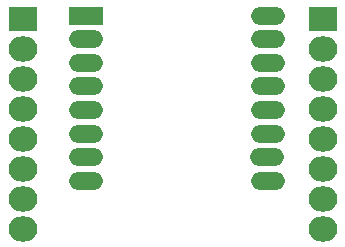
<source format=gbr>
G04 #@! TF.FileFunction,Soldermask,Top*
%FSLAX46Y46*%
G04 Gerber Fmt 4.6, Leading zero omitted, Abs format (unit mm)*
G04 Created by KiCad (PCBNEW 4.0.2-stable) date 08/04/2016 14:29:52*
%MOMM*%
G01*
G04 APERTURE LIST*
%ADD10C,0.100000*%
%ADD11R,2.900000X1.500000*%
%ADD12O,2.900000X1.500000*%
%ADD13R,2.432000X2.127200*%
%ADD14O,2.432000X2.127200*%
G04 APERTURE END LIST*
D10*
D11*
X188276000Y-111252000D03*
D12*
X188276000Y-113252000D03*
X188276000Y-115252000D03*
X188276000Y-117252000D03*
X188276000Y-119252000D03*
X188276000Y-121252000D03*
X188276000Y-123252000D03*
X188276000Y-125252000D03*
X203676000Y-125252000D03*
X203576000Y-123252000D03*
X203676000Y-121252000D03*
X203676000Y-119252000D03*
X203676000Y-117252000D03*
X203676000Y-115252000D03*
X203676000Y-113252000D03*
X203676000Y-111252000D03*
D13*
X182880000Y-111506000D03*
D14*
X182880000Y-114046000D03*
X182880000Y-116586000D03*
X182880000Y-119126000D03*
X182880000Y-121666000D03*
X182880000Y-124206000D03*
X182880000Y-126746000D03*
X182880000Y-129286000D03*
D13*
X208280000Y-111506000D03*
D14*
X208280000Y-114046000D03*
X208280000Y-116586000D03*
X208280000Y-119126000D03*
X208280000Y-121666000D03*
X208280000Y-124206000D03*
X208280000Y-126746000D03*
X208280000Y-129286000D03*
M02*

</source>
